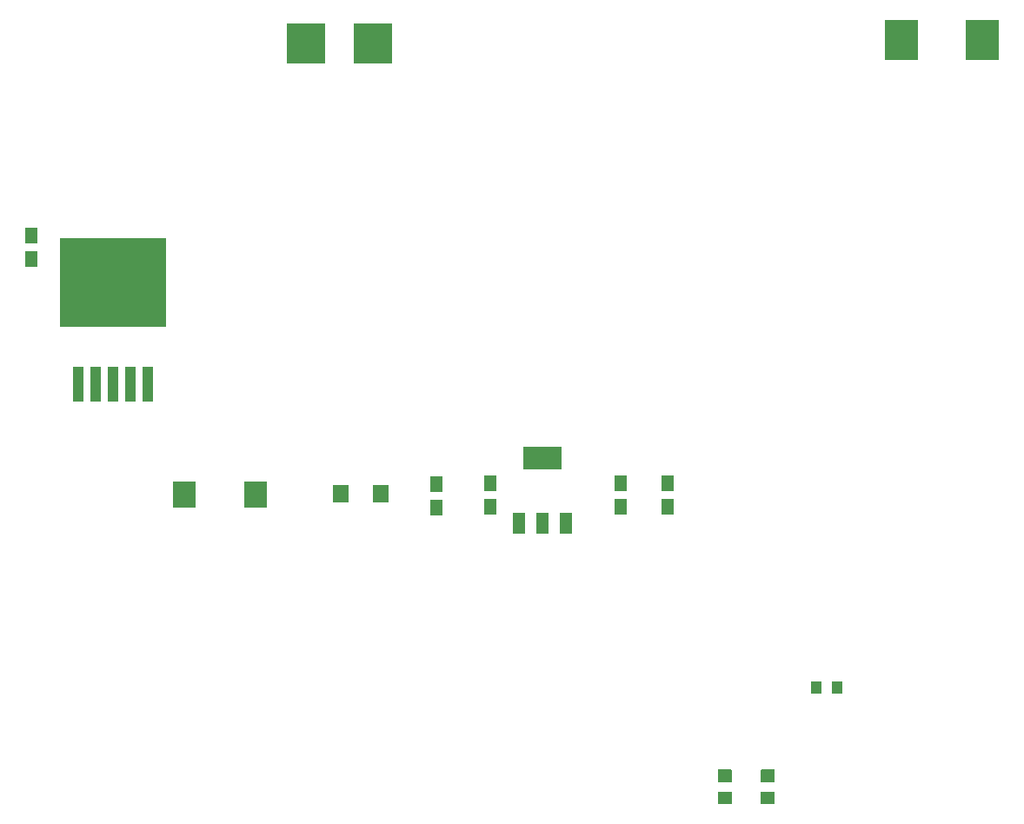
<source format=gtp>
G04*
G04 #@! TF.GenerationSoftware,Altium Limited,Altium Designer,22.3.1 (43)*
G04*
G04 Layer_Color=8421504*
%FSLAX25Y25*%
%MOIN*%
G70*
G04*
G04 #@! TF.SameCoordinates,B6214844-F8FF-4874-8B12-997BA8331473*
G04*
G04*
G04 #@! TF.FilePolarity,Positive*
G04*
G01*
G75*
%ADD17R,0.05000X0.06000*%
%ADD18R,0.06299X0.06693*%
%ADD19R,0.12992X0.15748*%
%ADD20R,0.14961X0.15748*%
%ADD21R,0.09055X0.09843*%
%ADD22R,0.05421X0.04459*%
%ADD23R,0.41068X0.34252*%
%ADD24R,0.04016X0.13223*%
%ADD25R,0.04331X0.04921*%
%ADD26R,0.14961X0.09055*%
%ADD27R,0.04724X0.07874*%
G36*
X428020Y161807D02*
X422980D01*
X422784Y162004D01*
Y166532D01*
X422980Y166728D01*
X424595Y166748D01*
Y164976D01*
X426366D01*
Y166709D01*
X428020Y166728D01*
X428217Y166532D01*
Y162004D01*
X428020Y161807D01*
D02*
G37*
G36*
Y170272D02*
X426366Y170272D01*
Y172024D01*
X424595D01*
Y170291D01*
X422980Y170272D01*
X422784Y170468D01*
Y174996D01*
X422980Y175193D01*
X428020D01*
X428217Y174996D01*
Y170468D01*
X428020Y170272D01*
D02*
G37*
G36*
X444520Y161807D02*
X439480D01*
X439284Y162004D01*
Y166532D01*
X439480Y166728D01*
X441095Y166748D01*
Y164976D01*
X442866D01*
Y166709D01*
X444520Y166728D01*
X444717Y166532D01*
Y162004D01*
X444520Y161807D01*
D02*
G37*
G36*
Y170272D02*
X442866Y170272D01*
Y172024D01*
X441095D01*
Y170291D01*
X439480Y170272D01*
X439284Y170468D01*
Y174996D01*
X439480Y175193D01*
X444520D01*
X444717Y174996D01*
Y170468D01*
X444520Y170272D01*
D02*
G37*
D17*
X159455Y371008D02*
D03*
Y380008D02*
D03*
X314901Y275471D02*
D03*
Y284471D02*
D03*
X385500Y276045D02*
D03*
Y285045D02*
D03*
X403455Y276008D02*
D03*
Y285008D02*
D03*
X335455Y276008D02*
D03*
Y285008D02*
D03*
D18*
X293716Y281000D02*
D03*
X278283D02*
D03*
D19*
X524390Y454838D02*
D03*
X493287D02*
D03*
D20*
X290532Y453657D02*
D03*
X264941D02*
D03*
D21*
X245583Y280500D02*
D03*
X218417D02*
D03*
D22*
X425500Y172304D02*
D03*
Y164696D02*
D03*
X442000Y172304D02*
D03*
Y164696D02*
D03*
D23*
X191000Y361982D02*
D03*
D24*
X204386Y323019D02*
D03*
X197693D02*
D03*
X191000D02*
D03*
X184307D02*
D03*
X177614D02*
D03*
D25*
X468500Y206500D02*
D03*
X460500D02*
D03*
D26*
X355500Y294500D02*
D03*
D27*
Y269500D02*
D03*
X364555D02*
D03*
X346445D02*
D03*
M02*

</source>
